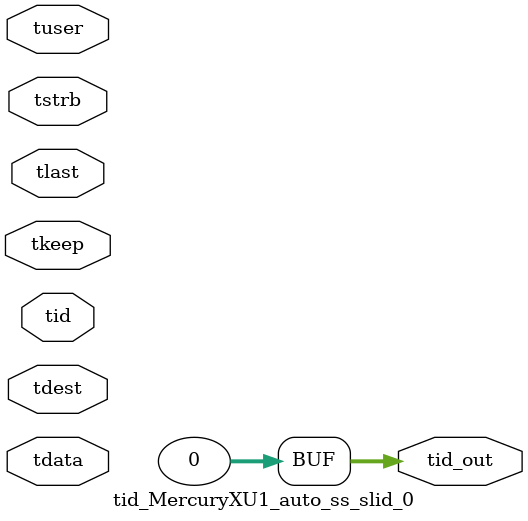
<source format=v>


`timescale 1ps/1ps

module tid_MercuryXU1_auto_ss_slid_0 #
(
parameter C_S_AXIS_TID_WIDTH   = 1,
parameter C_S_AXIS_TUSER_WIDTH = 0,
parameter C_S_AXIS_TDATA_WIDTH = 0,
parameter C_S_AXIS_TDEST_WIDTH = 0,
parameter C_M_AXIS_TID_WIDTH   = 32
)
(
input  [(C_S_AXIS_TID_WIDTH   == 0 ? 1 : C_S_AXIS_TID_WIDTH)-1:0       ] tid,
input  [(C_S_AXIS_TDATA_WIDTH == 0 ? 1 : C_S_AXIS_TDATA_WIDTH)-1:0     ] tdata,
input  [(C_S_AXIS_TUSER_WIDTH == 0 ? 1 : C_S_AXIS_TUSER_WIDTH)-1:0     ] tuser,
input  [(C_S_AXIS_TDEST_WIDTH == 0 ? 1 : C_S_AXIS_TDEST_WIDTH)-1:0     ] tdest,
input  [(C_S_AXIS_TDATA_WIDTH/8)-1:0 ] tkeep,
input  [(C_S_AXIS_TDATA_WIDTH/8)-1:0 ] tstrb,
input                                                                    tlast,
output [(C_M_AXIS_TID_WIDTH   == 0 ? 1 : C_M_AXIS_TID_WIDTH)-1:0       ] tid_out
);

assign tid_out = {1'b0};

endmodule


</source>
